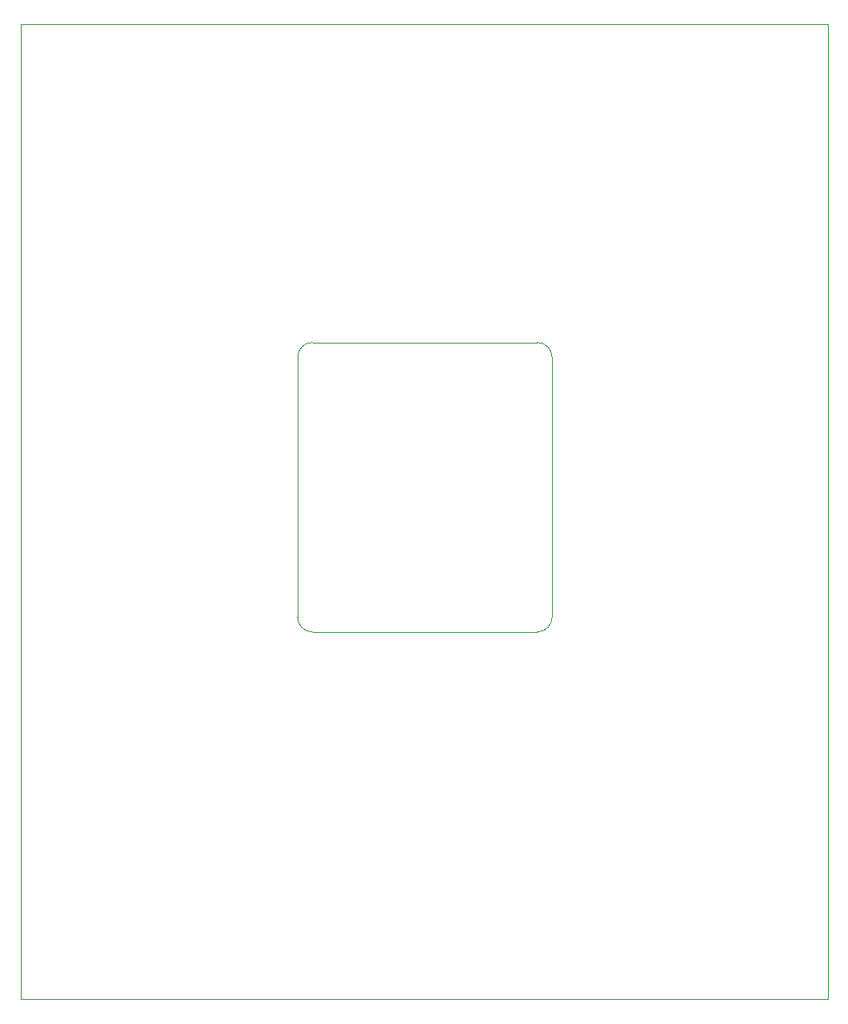
<source format=gbr>
%TF.GenerationSoftware,KiCad,Pcbnew,(6.0.5)*%
%TF.CreationDate,2022-08-19T15:51:03-07:00*%
%TF.ProjectId,X_Y_Panels,585f595f-5061-46e6-956c-732e6b696361,rev?*%
%TF.SameCoordinates,Original*%
%TF.FileFunction,Profile,NP*%
%FSLAX46Y46*%
G04 Gerber Fmt 4.6, Leading zero omitted, Abs format (unit mm)*
G04 Created by KiCad (PCBNEW (6.0.5)) date 2022-08-19 15:51:03*
%MOMM*%
%LPD*%
G01*
G04 APERTURE LIST*
%TA.AperFunction,Profile*%
%ADD10C,0.100000*%
%TD*%
%TA.AperFunction,Profile*%
%ADD11C,0.050000*%
%TD*%
G04 APERTURE END LIST*
D10*
X130934000Y-74800000D02*
G75*
G03*
X129434000Y-76299997I0J-1500000D01*
G01*
D11*
X101292000Y-141497997D02*
X165892000Y-141497997D01*
D10*
X129434003Y-102689997D02*
G75*
G03*
X130934000Y-104189997I1499997J-3D01*
G01*
D11*
X183292000Y-42497997D02*
X101292000Y-42497997D01*
D10*
X153774000Y-104189997D02*
X130934000Y-104189997D01*
X155274003Y-76299997D02*
G75*
G03*
X153774000Y-74799997I-1499903J97D01*
G01*
D11*
X183292000Y-141497997D02*
X183292000Y-42497997D01*
D10*
X130934000Y-74799997D02*
X153774000Y-74799997D01*
D11*
X101296000Y-50707998D02*
X101292000Y-42497997D01*
X101296000Y-121077998D02*
X101296000Y-50707998D01*
D10*
X129434000Y-102689997D02*
X129434000Y-76299997D01*
D11*
X165892000Y-141497997D02*
X183292000Y-141497997D01*
D10*
X155274000Y-76299997D02*
X155274000Y-102689997D01*
D11*
X101292000Y-141497997D02*
X101296000Y-121077998D01*
D10*
X153774000Y-104190000D02*
G75*
G03*
X155274000Y-102689997I0J1500000D01*
G01*
M02*

</source>
